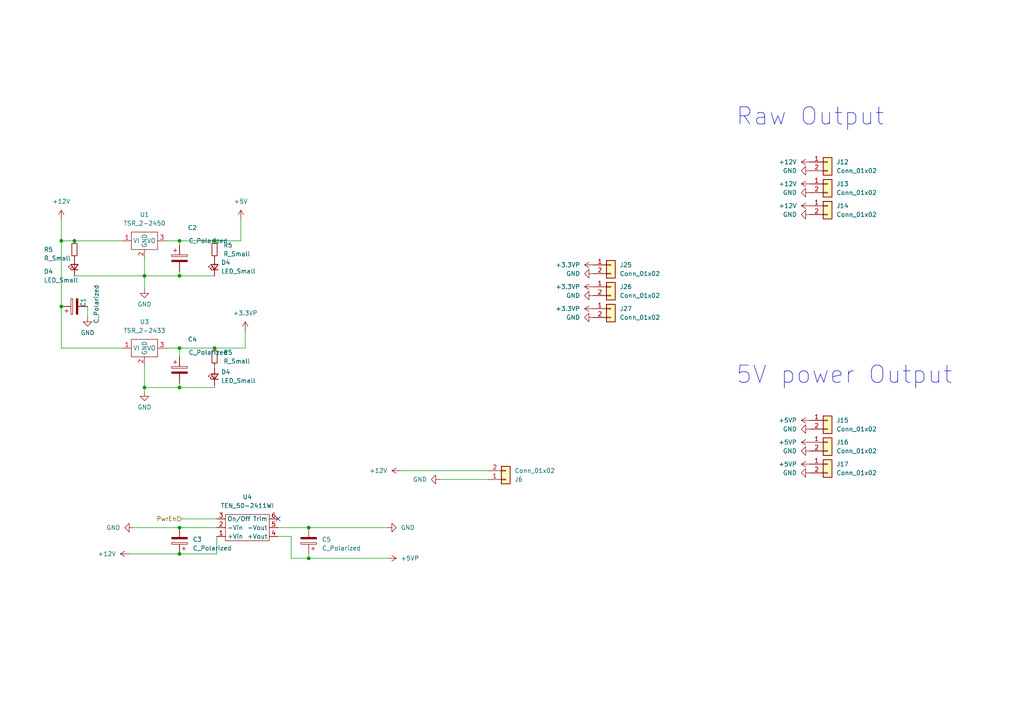
<source format=kicad_sch>
(kicad_sch (version 20230121) (generator eeschema)
  (paper "A4")
  (lib_symbols
    (symbol "Connector_Generic:Conn_01x02" (pin_names (offset 1.016) hide)
      (property "Reference" "J" (at 0 2.54 0))
      (property "Value" "Conn_01x02" (at 0 -5.08 0))
      (symbol "Conn_01x02_1_1"
        (rectangle (start -1.27 -2.413) (end 0 -2.667) (stroke (width 0.1524)))
        (rectangle (start -1.27 0.127) (end 0 -0.127) (stroke (width 0.1524)))
        (rectangle (start -1.27 1.27) (end 1.27 -3.81) (stroke (width 0.254)) (fill (type background)))
        (pin passive line (at -5.08 0 0) (length 3.81) (name "Pin_1") (number "1"))
        (pin passive line (at -5.08 -2.54 0) (length 3.81) (name "Pin_2") (number "2"))
      )
    )
    (symbol "Device:C_Polarized" (pin_numbers hide) (pin_names (offset 0.254))
      (property "Reference" "C" (at 0.635 2.54 0))
      (property "Value" "C_Polarized" (at 0.635 -2.54 0))
      (symbol "C_Polarized_0_1"
        (rectangle (start -2.286 0.508) (end 2.286 1.016))
        (polyline (pts (xy -1.778 2.286) (xy -0.762 2.286)))
        (polyline (pts (xy -1.27 2.794) (xy -1.27 1.778)))
        (rectangle (start 2.286 -0.508) (end -2.286 -1.016) (fill (type outline)))
      )
      (symbol "C_Polarized_1_1"
        (pin passive line (at 0 3.81 270) (length 2.794) (name "~") (number "1"))
        (pin passive line (at 0 -3.81 90) (length 2.794) (name "~") (number "2"))
      )
    )
    (symbol "Device:LED_Small" (pin_numbers hide) (pin_names (offset 0.254) hide)
      (property "Reference" "D" (at -1.27 3.175 0))
      (property "Value" "LED_Small" (at -4.445 -2.54 0))
      (symbol "LED_Small_0_1"
        (polyline (pts (xy -0.762 -1.016) (xy -0.762 1.016)) (stroke (width 0.254)))
        (polyline (pts (xy 1.016 0) (xy -0.762 0)))
        (polyline (pts (xy 0.762 -1.016) (xy -0.762 0) (xy 0.762 1.016) (xy 0.762 -1.016)) (stroke (width 0.254)))
        (polyline (pts (xy 0 0.762) (xy -0.508 1.27) (xy -0.254 1.27) (xy -0.508 1.27) (xy -0.508 1.016)))
        (polyline (pts (xy 0.508 1.27) (xy 0 1.778) (xy 0.254 1.778) (xy 0 1.778) (xy 0 1.524)))
      )
      (symbol "LED_Small_1_1"
        (pin passive line (at -2.54 0 0) (length 1.778) (name "K") (number "1"))
        (pin passive line (at 2.54 0 180) (length 1.778) (name "A") (number "2"))
      )
    )
    (symbol "Device:R_Small" (pin_numbers hide) (pin_names (offset 0.254) hide)
      (property "Reference" "R" (at 0.762 0.508 0))
      (property "Value" "R_Small" (at 0.762 -1.016 0))
      (symbol "R_Small_0_1"
        (rectangle (start -0.762 1.778) (end 0.762 -1.778) (stroke (width 0.2032)))
      )
      (symbol "R_Small_1_1"
        (pin passive line (at 0 2.54 270) (length 0.762) (name "~") (number "1"))
        (pin passive line (at 0 -2.54 90) (length 0.762) (name "~") (number "2"))
      )
    )
    (symbol "Traco:TEN_50-2411WI"
      (property "Reference" "U" (at 0 5.08 0))
      (property "Value" "TEN_50-2411WI" (at 0 -5.08 0))
      (symbol "TEN_50-2411WI_0_1"
        (rectangle (start -6.35 3.81) (end 6.35 -3.81))
      )
      (symbol "TEN_50-2411WI_1_1"
        (pin free line (at -8.89 -2.54 0) (length 2.54) (name "+Vin") (number "1"))
        (pin free line (at -8.89 0 0) (length 2.54) (name "-Vin") (number "2"))
        (pin free line (at -8.89 2.54 0) (length 2.54) (name "On/Off") (number "3"))
        (pin free line (at 8.89 -2.54 180) (length 2.54) (name "+Vout") (number "4"))
        (pin free line (at 8.89 0 180) (length 2.54) (name "-Vout") (number "5"))
        (pin free line (at 8.89 2.54 180) (length 2.54) (name "Trim") (number "6"))
      )
    )
    (symbol "Traco:TSR_2-2433"
      (property "Reference" "U" (at 0 5.08 0))
      (property "Value" "TSR_2-2433" (at 0 3.81 0))
      (symbol "TSR_2-2433_0_1"
        (rectangle (start -3.81 2.54) (end 3.81 -2.54))
      )
      (symbol "TSR_2-2433_1_1"
        (pin free line (at -6.35 0 0) (length 2.54) (name "VI") (number "1"))
        (pin free line (at 0 -5.08 90) (length 2.54) (name "GND") (number "2"))
        (pin free line (at 6.35 0 180) (length 2.54) (name "VO") (number "3"))
      )
    )
    (symbol "Traco:TSR_2-2450"
      (property "Reference" "U" (at 0 5.08 0))
      (property "Value" "TSR_2-2450" (at 0 3.81 0))
      (symbol "TSR_2-2450_0_1"
        (rectangle (start -3.81 2.54) (end 3.81 -2.54))
      )
      (symbol "TSR_2-2450_1_1"
        (pin free line (at -6.35 0 0) (length 2.54) (name "VI") (number "1"))
        (pin free line (at 0 -5.08 90) (length 2.54) (name "GND") (number "2"))
        (pin free line (at 6.35 0 180) (length 2.54) (name "VO") (number "3"))
      )
    )
    (symbol "power:+12V" (power) (pin_names (offset 0))
      (property "Value" "+12V" (at 0 3.556 0))
      (symbol "+12V_0_1"
        (polyline (pts (xy -0.762 1.27) (xy 0 2.54)))
        (polyline (pts (xy 0 0) (xy 0 2.54)))
        (polyline (pts (xy 0 2.54) (xy 0.762 1.27)))
      )
      (symbol "+12V_1_1"
        (pin power_in line (at 0 0 90) (length 0) hide (name "+12V") (number "1"))
      )
    )
    (symbol "power:+3.3VP" (power) (pin_names (offset 0))
      (property "Value" "+3.3VP" (at 0 2.54 0))
      (symbol "+3.3VP_0_0"
        (pin power_in line (at 0 0 90) (length 0) hide (name "+3.3VP") (number "1"))
      )
      (symbol "+3.3VP_0_1"
        (polyline (pts (xy -0.762 1.27) (xy 0 2.54)))
        (polyline (pts (xy 0 0) (xy 0 2.54)))
        (polyline (pts (xy 0 2.54) (xy 0.762 1.27)))
      )
    )
    (symbol "power:+5V" (power) (pin_names (offset 0))
      (property "Value" "+5V" (at 0 3.556 0))
      (symbol "+5V_0_1"
        (polyline (pts (xy -0.762 1.27) (xy 0 2.54)))
        (polyline (pts (xy 0 0) (xy 0 2.54)))
        (polyline (pts (xy 0 2.54) (xy 0.762 1.27)))
      )
      (symbol "+5V_1_1"
        (pin power_in line (at 0 0 90) (length 0) hide (name "+5V") (number "1"))
      )
    )
    (symbol "power:+5VP" (power) (pin_names (offset 0))
      (property "Value" "+5VP" (at 0 3.556 0))
      (symbol "+5VP_0_1"
        (polyline (pts (xy -0.762 1.27) (xy 0 2.54)))
        (polyline (pts (xy 0 0) (xy 0 2.54)))
        (polyline (pts (xy 0 2.54) (xy 0.762 1.27)))
      )
      (symbol "+5VP_1_1"
        (pin power_in line (at 0 0 90) (length 0) hide (name "+5VP") (number "1"))
      )
    )
    (symbol "power:GND" (power) (pin_names (offset 0))
      (property "Value" "GND" (at 0 -3.81 0))
      (symbol "GND_0_1"
        (polyline (pts (xy 0 0) (xy 0 -1.27) (xy 1.27 -1.27) (xy 0 -2.54) (xy -1.27 -1.27) (xy 0 -1.27)))
      )
      (symbol "GND_1_1"
        (pin power_in line (at 0 0 270) (length 0) hide (name "GND") (number "1"))
      )
    )
  )
  (junction (at 41.91 112.395))
  (junction (at 52.07 69.85))
  (junction (at 17.78 88.9))
  (junction (at 52.07 80.01))
  (junction (at 21.59 69.85))
  (junction (at 62.23 100.965))
  (junction (at 52.07 160.655))
  (junction (at 52.07 100.965))
  (junction (at 89.535 161.925))
  (junction (at 89.535 153.035))
  (junction (at 17.78 69.85))
  (junction (at 52.07 153.035))
  (junction (at 41.91 80.01))
  (junction (at 52.07 112.395))
  (junction (at 62.23 69.85))
  (no_connect (at 80.645 150.495))
  (wire (pts (xy 52.07 100.965) (xy 62.23 100.965)))
  (wire (pts (xy 84.455 155.575) (xy 80.645 155.575)))
  (wire (pts (xy 89.535 160.655) (xy 89.535 161.925)))
  (wire (pts (xy 52.07 153.035) (xy 62.865 153.035)))
  (wire (pts (xy 17.78 69.85) (xy 21.59 69.85)))
  (wire (pts (xy 127.635 139.065) (xy 141.605 139.065)))
  (wire (pts (xy 71.12 100.965) (xy 62.23 100.965)))
  (wire (pts (xy 52.07 69.85) (xy 62.23 69.85)))
  (wire (pts (xy 84.455 161.925) (xy 89.535 161.925)))
  (wire (pts (xy 41.91 80.01) (xy 52.07 80.01)))
  (wire (pts (xy 48.26 69.85) (xy 52.07 69.85)))
  (wire (pts (xy 41.91 74.93) (xy 41.91 80.01)))
  (wire (pts (xy 52.07 71.12) (xy 52.07 69.85)))
  (wire (pts (xy 62.23 106.68) (xy 62.23 106.045)))
  (wire (pts (xy 52.07 100.965) (xy 52.07 103.505)))
  (wire (pts (xy 89.535 153.035) (xy 112.395 153.035)))
  (wire (pts (xy 52.07 80.01) (xy 62.23 80.01)))
  (wire (pts (xy 37.465 160.655) (xy 52.07 160.655)))
  (wire (pts (xy 17.78 100.965) (xy 35.56 100.965)))
  (wire (pts (xy 116.205 136.525) (xy 141.605 136.525)))
  (wire (pts (xy 62.865 160.655) (xy 62.865 155.575)))
  (wire (pts (xy 80.645 153.035) (xy 89.535 153.035)))
  (wire (pts (xy 52.705 150.495) (xy 62.865 150.495)))
  (wire (pts (xy 41.91 112.395) (xy 41.91 113.665)))
  (wire (pts (xy 52.07 111.125) (xy 52.07 112.395)))
  (wire (pts (xy 17.78 88.9) (xy 17.78 100.965)))
  (wire (pts (xy 48.26 100.965) (xy 52.07 100.965)))
  (wire (pts (xy 62.23 111.76) (xy 62.23 112.395)))
  (wire (pts (xy 41.91 112.395) (xy 52.07 112.395)))
  (wire (pts (xy 52.07 112.395) (xy 62.23 112.395)))
  (wire (pts (xy 41.91 83.82) (xy 41.91 80.01)))
  (wire (pts (xy 21.59 80.01) (xy 41.91 80.01)))
  (wire (pts (xy 52.07 160.655) (xy 62.865 160.655)))
  (wire (pts (xy 38.735 153.035) (xy 52.07 153.035)))
  (wire (pts (xy 69.85 63.5) (xy 69.85 69.85)))
  (wire (pts (xy 84.455 161.925) (xy 84.455 155.575)))
  (wire (pts (xy 69.85 69.85) (xy 62.23 69.85)))
  (wire (pts (xy 52.07 78.74) (xy 52.07 80.01)))
  (wire (pts (xy 89.535 161.925) (xy 112.395 161.925)))
  (wire (pts (xy 21.59 69.85) (xy 35.56 69.85)))
  (wire (pts (xy 41.91 106.045) (xy 41.91 112.395)))
  (wire (pts (xy 17.78 69.85) (xy 17.78 88.9)))
  (wire (pts (xy 25.4 92.075) (xy 25.4 88.9)))
  (wire (pts (xy 17.78 63.5) (xy 17.78 69.85)))
  (wire (pts (xy 71.12 95.885) (xy 71.12 100.965)))
  (text "5V power Output" (at 213.36 111.76 0) (effects (font (size 5 5)) (justify left bottom)))
  (text "Raw Output" (at 213.36 36.83 0) (effects (font (size 5 5)) (justify left bottom)))
  (hierarchical_label "PwrEn" (shape input) (at 52.705 150.495 180))
  (symbol (lib_id "power:+12V") (at 234.95 59.69 90) (unit 1)
    (property "Reference" "#PWR035" (effects hide))
    (property "Value" "+12V" (at 231.14 59.69 90) (effects (justify left)))
  )
  (symbol (lib_id "power:GND") (at 234.95 49.53 270) (unit 1)
    (property "Reference" "#PWR037" (effects hide))
    (property "Value" "GND" (at 231.14 49.53 90) (effects (justify right)))
    (instances (project "MainBoardV3.1" (path "" (reference "#PWR037") (unit 1)) (path "" (reference "#PWR028") (unit 1))))
  )
  (symbol (lib_id "Connector_Generic:Conn_01x02") (at 240.03 128.27 0) (unit 1)
    (property "Reference" "J16" (at 242.57 128.27 0) (effects (justify left)))
    (property "Value" "Conn_01x02" (at 242.57 130.81 0) (effects (justify left)))
    (property "Footprint" "Connector_Molex:Molex_KK-254_AE-6410-02A_1x02_P2.54mm_Vertical" (effects hide))
  )
  (symbol (lib_id "power:+12V") (at 116.205 136.525 90) (unit 1)
    (property "Reference" "#PWR025" (effects hide))
    (property "Value" "+12V" (at 112.395 136.525 90) (effects (justify left)))
  )
  (symbol (lib_id "power:GND") (at 234.95 124.46 270) (unit 1)
    (property "Reference" "#PWR037" (effects hide))
    (property "Value" "GND" (at 231.14 124.46 90) (effects (justify right)))
    (instances (project "MainBoardV3.1" (path "" (reference "#PWR037") (unit 1)) (path "" (reference "#PWR051") (unit 1))))
  )
  (symbol (lib_id "power:GND") (at 172.085 85.725 270) (unit 1)
    (property "Reference" "#PWR037" (effects hide))
    (property "Value" "GND" (at 168.275 85.725 90) (effects (justify right)))
    (instances (project "MainBoardV3.1" (path "" (reference "#PWR037") (unit 1)) (path "" (reference "#PWR063") (unit 1))))
  )
  (symbol (lib_id "power:GND") (at 234.95 62.23 270) (unit 1)
    (property "Reference" "#PWR037" (effects hide))
    (property "Value" "GND" (at 231.14 62.23 90) (effects (justify right)))
    (instances (project "MainBoardV3.1" (path "" (reference "#PWR037") (unit 1)) (path "" (reference "#PWR049") (unit 1))))
  )
  (symbol (lib_id "power:+5VP") (at 234.95 128.27 90) (unit 1)
    (property "Reference" "#PWR052" (effects hide))
    (property "Value" "+5VP" (at 231.14 128.27 90) (effects (justify left)))
  )
  (symbol (lib_id "power:+12V") (at 234.95 46.99 90) (unit 1)
    (property "Reference" "#PWR029" (effects hide))
    (property "Value" "+12V" (at 231.14 46.99 90) (effects (justify left)))
  )
  (symbol (lib_id "power:+5V") (at 69.85 63.5 0) (unit 1)
    (property "Reference" "#PWR036" (effects hide))
    (property "Value" "+5V" (at 69.85 58.42 0))
  )
  (symbol (lib_id "Connector_Generic:Conn_01x02") (at 177.165 83.185 0) (unit 1)
    (property "Reference" "J26" (at 179.705 83.185 0) (effects (justify left)))
    (property "Value" "Conn_01x02" (at 179.705 85.725 0) (effects (justify left)))
    (property "Footprint" "Connector_Molex:Molex_KK-254_AE-6410-02A_1x02_P2.54mm_Vertical" (effects hide))
  )
  (symbol (lib_id "power:+12V") (at 17.78 63.5 0) (unit 1)
    (property "Reference" "#PWR038" (effects hide))
    (property "Value" "+12V" (at 17.78 58.42 0))
  )
  (symbol (lib_id "Device:LED_Small") (at 62.23 77.47 90) (unit 1)
    (property "Reference" "D4" (at 64.135 76.1365 90) (effects (justify right)))
    (property "Value" "LED_Small" (at 64.135 78.6765 90) (effects (justify right)))
    (property "Footprint" "LED_SMD:LED_1206_3216Metric_Pad1.42x1.75mm_HandSolder" (effects hide))
    (instances (project "MainBoardV3.1" (path "" (reference "D4") (unit 1)) (path "" (reference "D3") (unit 1))))
  )
  (symbol (lib_id "power:+12V") (at 234.95 53.34 90) (unit 1)
    (property "Reference" "#PWR030" (effects hide))
    (property "Value" "+12V" (at 231.14 53.34 90) (effects (justify left)))
  )
  (symbol (lib_id "Connector_Generic:Conn_01x02") (at 240.03 134.62 0) (unit 1)
    (property "Reference" "J17" (at 242.57 134.62 0) (effects (justify left)))
    (property "Value" "Conn_01x02" (at 242.57 137.16 0) (effects (justify left)))
    (property "Footprint" "Connector_Molex:Molex_KK-254_AE-6410-02A_1x02_P2.54mm_Vertical" (effects hide))
  )
  (symbol (lib_id "Traco:TSR_2-2433") (at 41.91 100.965 0) (unit 1)
    (property "Reference" "U3" (at 41.91 93.345 0))
    (property "Value" "TSR_2-2433" (at 41.91 95.885 0))
    (property "Footprint" "Traco:Traco 2- 24xx" (effects hide))
  )
  (symbol (lib_id "power:+5VP") (at 112.395 161.925 270) (unit 1)
    (property "Reference" "#PWR046" (effects hide))
    (property "Value" "+5VP" (at 116.205 161.925 90) (effects (justify left)))
  )
  (symbol (lib_id "Connector_Generic:Conn_01x02") (at 240.03 46.99 0) (unit 1)
    (property "Reference" "J12" (at 242.57 46.99 0) (effects (justify left)))
    (property "Value" "Conn_01x02" (at 242.57 49.53 0) (effects (justify left)))
    (property "Footprint" "Connector_Molex:Molex_KK-254_AE-6410-02A_1x02_P2.54mm_Vertical" (effects hide))
  )
  (symbol (lib_id "Connector_Generic:Conn_01x02") (at 240.03 59.69 0) (unit 1)
    (property "Reference" "J14" (at 242.57 59.69 0) (effects (justify left)))
    (property "Value" "Conn_01x02" (at 242.57 62.23 0) (effects (justify left)))
    (property "Footprint" "Connector_Molex:Molex_KK-254_AE-6410-02A_1x02_P2.54mm_Vertical" (effects hide))
  )
  (symbol (lib_id "power:+3.3VP") (at 71.12 95.885 0) (unit 1)
    (property "Reference" "#PWR038" (effects hide))
    (property "Value" "+3.3VP" (at 71.12 90.805 0))
    (instances (project "MainBoardV3.1" (path "" (reference "#PWR038") (unit 1)) (path "" (reference "#PWR041") (unit 1))))
  )
  (symbol (lib_id "power:GND") (at 41.91 113.665 0) (unit 1)
    (property "Reference" "#PWR037" (effects hide))
    (property "Value" "GND" (at 41.91 118.11 0))
    (instances (project "MainBoardV3.1" (path "" (reference "#PWR037") (unit 1)) (path "" (reference "#PWR026") (unit 1))))
  )
  (symbol (lib_id "power:GND") (at 38.735 153.035 270) (unit 1)
    (property "Reference" "#PWR037" (effects hide))
    (property "Value" "GND" (at 34.925 153.035 90) (effects (justify right)))
    (instances (project "MainBoardV3.1" (path "" (reference "#PWR037") (unit 1)) (path "" (reference "#PWR045") (unit 1))))
  )
  (symbol (lib_id "Device:C_Polarized") (at 52.07 74.93 0) (unit 1)
    (property "Reference" "C2" (at 57.15 66.04 0) (effects (justify right)))
    (property "Value" "C_Polarized" (at 66.04 69.85 0) (effects (justify right)))
    (property "Footprint" "Capacitor_THT:CP_Radial_D5.0mm_P2.50mm" (effects hide))
  )
  (symbol (lib_id "power:+3.3VP") (at 172.085 89.535 90) (unit 1)
    (property "Reference" "#PWR038" (effects hide))
    (property "Value" "+3.3VP" (at 168.275 89.535 90) (effects (justify left)))
    (instances (project "MainBoardV3.1" (path "" (reference "#PWR038") (unit 1)) (path "" (reference "#PWR064") (unit 1))))
  )
  (symbol (lib_id "power:GND") (at 41.91 83.82 0) (unit 1)
    (property "Reference" "#PWR037" (effects hide))
    (property "Value" "GND" (at 41.91 88.265 0))
  )
  (symbol (lib_id "Device:LED_Small") (at 62.23 109.22 90) (unit 1)
    (property "Reference" "D4" (at 64.135 107.8865 90) (effects (justify right)))
    (property "Value" "LED_Small" (at 64.135 110.4265 90) (effects (justify right)))
    (property "Footprint" "LED_SMD:LED_1206_3216Metric_Pad1.42x1.75mm_HandSolder" (effects hide))
    (instances (project "MainBoardV3.1" (path "" (reference "D4") (unit 1)) (path "" (reference "D1") (unit 1))))
  )
  (symbol (lib_id "power:GND") (at 234.95 130.81 270) (unit 1)
    (property "Reference" "#PWR037" (effects hide))
    (property "Value" "GND" (at 231.14 130.81 90) (effects (justify right)))
    (instances (project "MainBoardV3.1" (path "" (reference "#PWR037") (unit 1)) (path "" (reference "#PWR053") (unit 1))))
  )
  (symbol (lib_id "power:+12V") (at 37.465 160.655 90) (unit 1)
    (property "Reference" "#PWR044" (effects hide))
    (property "Value" "+12V" (at 33.655 160.655 90) (effects (justify left)))
  )
  (symbol (lib_id "power:+3.3VP") (at 172.085 76.835 90) (unit 1)
    (property "Reference" "#PWR038" (effects hide))
    (property "Value" "+3.3VP" (at 168.275 76.835 90) (effects (justify left)))
    (instances (project "MainBoardV3.1" (path "" (reference "#PWR038") (unit 1)) (path "" (reference "#PWR060") (unit 1))))
  )
  (symbol (lib_id "power:GND") (at 127.635 139.065 270) (unit 1)
    (property "Reference" "#PWR037" (effects hide))
    (property "Value" "GND" (at 123.825 139.065 90) (effects (justify right)))
    (instances (project "MainBoardV3.1" (path "" (reference "#PWR037") (unit 1)) (path "" (reference "#PWR042") (unit 1))))
  )
  (symbol (lib_id "Device:R_Small") (at 62.23 72.39 0) (unit 1)
    (property "Reference" "R5" (at 64.77 71.12 0) (effects (justify left)))
    (property "Value" "R_Small" (at 64.77 73.66 0) (effects (justify left)))
    (property "Footprint" "Resistor_SMD:R_1206_3216Metric_Pad1.30x1.75mm_HandSolder" (effects hide))
    (instances (project "MainBoardV3.1" (path "" (reference "R5") (unit 1)) (path "" (reference "R4") (unit 1))))
  )
  (symbol (lib_id "Connector_Generic:Conn_01x02") (at 240.03 53.34 0) (unit 1)
    (property "Reference" "J13" (at 242.57 53.34 0) (effects (justify left)))
    (property "Value" "Conn_01x02" (at 242.57 55.88 0) (effects (justify left)))
    (property "Footprint" "Connector_Molex:Molex_KK-254_AE-6410-02A_1x02_P2.54mm_Vertical" (effects hide))
  )
  (symbol (lib_id "Device:R_Small") (at 62.23 103.505 0) (unit 1)
    (property "Reference" "R5" (at 64.77 102.235 0) (effects (justify left)))
    (property "Value" "R_Small" (at 64.77 104.775 0) (effects (justify left)))
    (property "Footprint" "Resistor_SMD:R_1206_3216Metric_Pad1.30x1.75mm_HandSolder" (effects hide))
    (instances (project "MainBoardV3.1" (path "" (reference "R5") (unit 1)) (path "" (reference "R3") (unit 1))))
  )
  (symbol (lib_id "power:GND") (at 172.085 92.075 270) (unit 1)
    (property "Reference" "#PWR037" (effects hide))
    (property "Value" "GND" (at 168.275 92.075 90) (effects (justify right)))
    (instances (project "MainBoardV3.1" (path "" (reference "#PWR037") (unit 1)) (path "" (reference "#PWR065") (unit 1))))
  )
  (symbol (lib_id "Device:C_Polarized") (at 89.535 156.845 180) (unit 1)
    (property "Reference" "C5" (at 93.345 156.464 0) (effects (justify right)))
    (property "Value" "C_Polarized" (at 93.345 159.004 0) (effects (justify right)))
    (property "Footprint" "Capacitor_THT:CP_Radial_D8.0mm_P3.50mm" (effects hide))
  )
  (symbol (lib_id "power:GND") (at 234.95 137.16 270) (unit 1)
    (property "Reference" "#PWR037" (effects hide))
    (property "Value" "GND" (at 231.14 137.16 90) (effects (justify right)))
    (instances (project "MainBoardV3.1" (path "" (reference "#PWR037") (unit 1)) (path "" (reference "#PWR055") (unit 1))))
  )
  (symbol (lib_id "Traco:TSR_2-2450") (at 41.91 69.85 0) (unit 1)
    (property "Reference" "U1" (at 41.91 62.23 0))
    (property "Value" "TSR_2-2450" (at 41.91 64.77 0))
    (property "Footprint" "Traco:Traco 2- 24xx" (effects hide))
  )
  (symbol (lib_id "Device:C_Polarized") (at 21.59 88.9 90) (unit 1)
    (property "Reference" "C1" (at 24.13 86.36 0) (effects (justify right)))
    (property "Value" "C_Polarized" (at 27.94 82.55 0) (effects (justify right)))
    (property "Footprint" "Capacitor_THT:CP_Radial_D5.0mm_P2.50mm" (effects hide))
  )
  (symbol (lib_id "Device:C_Polarized") (at 52.07 107.315 0) (unit 1)
    (property "Reference" "C4" (at 57.15 98.425 0) (effects (justify right)))
    (property "Value" "C_Polarized" (at 66.04 102.235 0) (effects (justify right)))
    (property "Footprint" "Capacitor_THT:CP_Radial_D5.0mm_P2.50mm" (effects hide))
  )
  (symbol (lib_id "power:+5VP") (at 234.95 121.92 90) (unit 1)
    (property "Reference" "#PWR050" (effects hide))
    (property "Value" "+5VP" (at 231.14 121.92 90) (effects (justify left)))
  )
  (symbol (lib_id "power:GND") (at 112.395 153.035 90) (unit 1)
    (property "Reference" "#PWR037" (effects hide))
    (property "Value" "GND" (at 116.205 153.035 90) (effects (justify right)))
    (instances (project "MainBoardV3.1" (path "" (reference "#PWR037") (unit 1)) (path "" (reference "#PWR047") (unit 1))))
  )
  (symbol (lib_id "power:GND") (at 172.085 79.375 270) (unit 1)
    (property "Reference" "#PWR037" (effects hide))
    (property "Value" "GND" (at 168.275 79.375 90) (effects (justify right)))
    (instances (project "MainBoardV3.1" (path "" (reference "#PWR037") (unit 1)) (path "" (reference "#PWR061") (unit 1))))
  )
  (symbol (lib_id "Device:LED_Small") (at 21.59 77.47 90) (unit 1)
    (property "Reference" "D4" (at 12.7 78.74 90) (effects (justify right)))
    (property "Value" "LED_Small" (at 12.7 81.28 90) (effects (justify right)))
    (property "Footprint" "LED_SMD:LED_1206_3216Metric_Pad1.42x1.75mm_HandSolder" (effects hide))
  )
  (symbol (lib_id "Device:R_Small") (at 21.59 72.39 0) (unit 1)
    (property "Reference" "R5" (at 12.7 72.39 0) (effects (justify left)))
    (property "Value" "R_Small" (at 12.7 74.93 0) (effects (justify left)))
    (property "Footprint" "Resistor_SMD:R_1206_3216Metric_Pad1.30x1.75mm_HandSolder" (effects hide))
  )
  (symbol (lib_id "Traco:TEN_50-2411WI") (at 71.755 153.035 0) (unit 1)
    (property "Reference" "U4" (at 71.755 144.145 0))
    (property "Value" "TEN_50-2411WI" (at 71.755 146.685 0))
    (property "Footprint" "Traco:Traco TEN 50 series" (effects hide))
  )
  (symbol (lib_id "power:GND") (at 234.95 55.88 270) (unit 1)
    (property "Reference" "#PWR037" (effects hide))
    (property "Value" "GND" (at 231.14 55.88 90) (effects (justify right)))
    (instances (project "MainBoardV3.1" (path "" (reference "#PWR037") (unit 1)) (path "" (reference "#PWR031") (unit 1))))
  )
  (symbol (lib_id "power:GND") (at 25.4 92.075 0) (unit 1)
    (property "Reference" "#PWR037" (effects hide))
    (property "Value" "GND" (at 25.4 96.52 0))
    (instances (project "MainBoardV3.1" (path "" (reference "#PWR037") (unit 1)) (path "" (reference "#PWR043") (unit 1))))
  )
  (symbol (lib_id "Device:C_Polarized") (at 52.07 156.845 180) (unit 1)
    (property "Reference" "C3" (at 55.88 156.464 0) (effects (justify right)))
    (property "Value" "C_Polarized" (at 55.88 159.004 0) (effects (justify right)))
    (property "Footprint" "Capacitor_THT:CP_Radial_D8.0mm_P3.80mm" (effects hide))
  )
  (symbol (lib_id "Connector_Generic:Conn_01x02") (at 146.685 139.065 0) (mirror x) (unit 1)
    (property "Reference" "J6" (at 149.225 139.065 0) (effects (justify left)))
    (property "Value" "Conn_01x02" (at 149.225 136.525 0) (effects (justify left)))
    (property "Footprint" "Connector_AMASS:AMASS_XT60-M_1x02_P7.20mm_Vertical" (effects hide))
  )
  (symbol (lib_id "power:+3.3VP") (at 172.085 83.185 90) (unit 1)
    (property "Reference" "#PWR038" (effects hide))
    (property "Value" "+3.3VP" (at 168.275 83.185 90) (effects (justify left)))
    (instances (project "MainBoardV3.1" (path "" (reference "#PWR038") (unit 1)) (path "" (reference "#PWR062") (unit 1))))
  )
  (symbol (lib_id "Connector_Generic:Conn_01x02") (at 240.03 121.92 0) (unit 1)
    (property "Reference" "J15" (at 242.57 121.92 0) (effects (justify left)))
    (property "Value" "Conn_01x02" (at 242.57 124.46 0) (effects (justify left)))
    (property "Footprint" "Connector_Molex:Molex_KK-254_AE-6410-02A_1x02_P2.54mm_Vertical" (effects hide))
  )
  (symbol (lib_id "power:+5VP") (at 234.95 134.62 90) (unit 1)
    (property "Reference" "#PWR054" (effects hide))
    (property "Value" "+5VP" (at 231.14 134.62 90) (effects (justify left)))
  )
  (symbol (lib_id "Connector_Generic:Conn_01x02") (at 177.165 89.535 0) (unit 1)
    (property "Reference" "J27" (at 179.705 89.535 0) (effects (justify left)))
    (property "Value" "Conn_01x02" (at 179.705 92.075 0) (effects (justify left)))
    (property "Footprint" "Connector_Molex:Molex_KK-254_AE-6410-02A_1x02_P2.54mm_Vertical" (effects hide))
  )
  (symbol (lib_id "Connector_Generic:Conn_01x02") (at 177.165 76.835 0) (unit 1)
    (property "Reference" "J25" (at 179.705 76.835 0) (effects (justify left)))
    (property "Value" "Conn_01x02" (at 179.705 79.375 0) (effects (justify left)))
    (property "Footprint" "Connector_Molex:Molex_KK-254_AE-6410-02A_1x02_P2.54mm_Vertical" (effects hide))
  )
)
</source>
